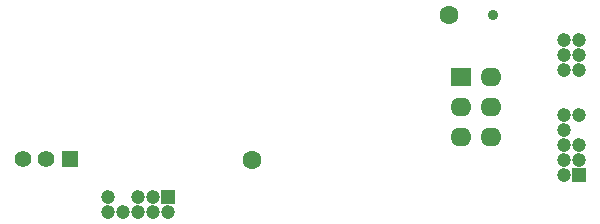
<source format=gbs>
G04 Layer_Color=16711935*
%FSLAX23Y23*%
%MOIN*%
G70*
G01*
G75*
%ADD64R,0.047X0.047*%
%ADD65C,0.047*%
%ADD66R,0.047X0.047*%
%ADD67C,0.063*%
%ADD68O,0.070X0.063*%
%ADD69R,0.070X0.063*%
%ADD70C,0.055*%
%ADD71R,0.055X0.055*%
%ADD72C,0.036*%
D64*
X596Y-298D02*
D03*
D65*
Y-348D02*
D03*
X546Y-298D02*
D03*
Y-348D02*
D03*
X496Y-298D02*
D03*
Y-348D02*
D03*
X446D02*
D03*
X396Y-298D02*
D03*
Y-348D02*
D03*
X1916Y225D02*
D03*
X1966D02*
D03*
X1916Y175D02*
D03*
X1966D02*
D03*
X1916Y125D02*
D03*
X1966D02*
D03*
X1916Y-25D02*
D03*
X1966D02*
D03*
X1916Y-75D02*
D03*
Y-125D02*
D03*
X1966D02*
D03*
X1916Y-175D02*
D03*
X1966D02*
D03*
X1916Y-225D02*
D03*
D66*
X1966D02*
D03*
D67*
X1534Y309D02*
D03*
X878Y-176D02*
D03*
D68*
X1675Y100D02*
D03*
Y0D02*
D03*
Y-100D02*
D03*
X1575Y0D02*
D03*
Y-100D02*
D03*
D69*
Y100D02*
D03*
D70*
X112Y-171D02*
D03*
X191D02*
D03*
D71*
X270D02*
D03*
D72*
X1681Y307D02*
D03*
M02*

</source>
